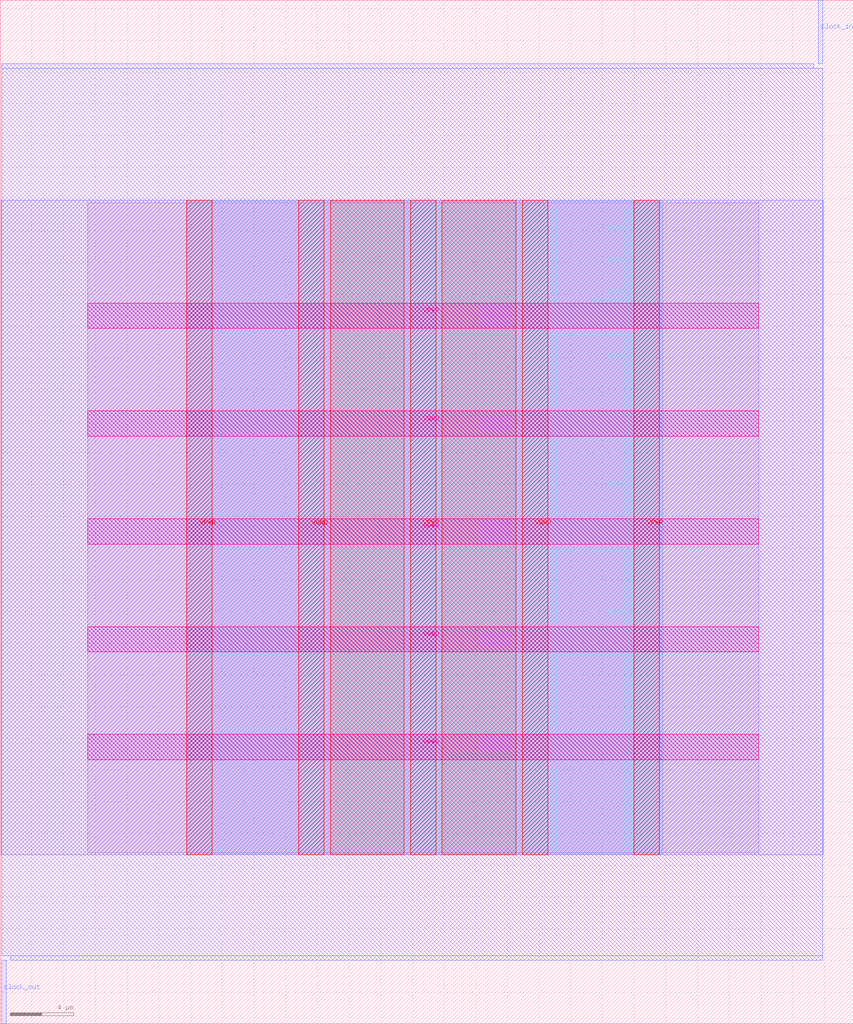
<source format=lef>
VERSION 5.7 ;
  NOWIREEXTENSIONATPIN ON ;
  DIVIDERCHAR "/" ;
  BUSBITCHARS "[]" ;
MACRO clock_divider
  CLASS BLOCK ;
  FOREIGN clock_divider ;
  ORIGIN 0.000 0.000 ;
  SIZE 53.810 BY 64.530 ;
  PIN VGND
    DIRECTION INPUT ;
    USE GROUND ;
    PORT
      LAYER met5 ;
        RECT 5.520 23.440 47.840 25.040 ;
    END
    PORT
      LAYER met5 ;
        RECT 5.520 37.040 47.840 38.640 ;
    END
    PORT
      LAYER met4 ;
        RECT 18.830 10.640 20.430 51.920 ;
    END
    PORT
      LAYER met4 ;
        RECT 32.935 10.640 34.535 51.920 ;
    END
  END VGND
  PIN VPWR
    DIRECTION INPUT ;
    USE POWER ;
    PORT
      LAYER met5 ;
        RECT 5.520 16.640 47.840 18.240 ;
    END
    PORT
      LAYER met5 ;
        RECT 5.520 30.240 47.840 31.840 ;
    END
    PORT
      LAYER met5 ;
        RECT 5.520 43.840 47.840 45.440 ;
    END
    PORT
      LAYER met4 ;
        RECT 11.770 10.640 13.370 51.920 ;
    END
    PORT
      LAYER met4 ;
        RECT 25.880 10.640 27.480 51.920 ;
    END
    PORT
      LAYER met4 ;
        RECT 39.985 10.640 41.585 51.920 ;
    END
  END VPWR
  PIN clock_in
    DIRECTION INPUT ;
    USE SIGNAL ;
    PORT
      LAYER met2 ;
        RECT 51.610 60.530 51.890 64.530 ;
    END
  END clock_in
  PIN clock_out
    DIRECTION OUTPUT TRISTATE ;
    USE SIGNAL ;
    PORT
      LAYER met2 ;
        RECT 0.090 0.000 0.370 4.000 ;
    END
  END clock_out
  OBS
      LAYER li1 ;
        RECT 5.520 10.795 47.840 51.765 ;
      LAYER met1 ;
        RECT 0.070 10.640 51.910 51.920 ;
      LAYER met2 ;
        RECT 0.100 60.250 51.330 60.530 ;
        RECT 0.100 4.280 51.880 60.250 ;
        RECT 0.650 4.000 51.880 4.280 ;
      LAYER met3 ;
        RECT 11.770 10.715 41.795 51.845 ;
      LAYER met4 ;
        RECT 20.830 10.640 25.480 51.920 ;
        RECT 27.880 10.640 32.535 51.920 ;
  END
END clock_divider
END LIBRARY


</source>
